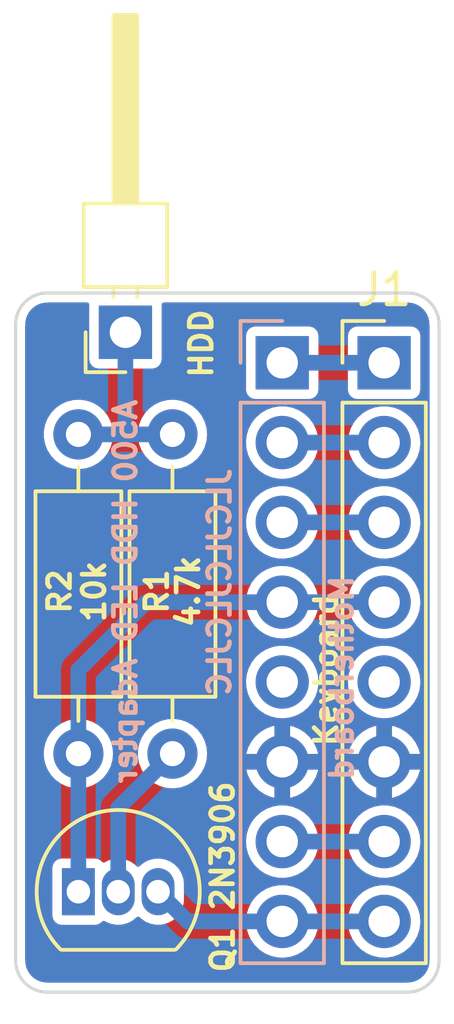
<source format=kicad_pcb>
(kicad_pcb (version 20210424) (generator pcbnew)
  (layers (0 "F.Cu" signal) (31 "B.Cu" signal) (34 "B.Paste" user) (35 "F.Paste" user) (36 "B.SilkS" user "B.Silkscreen") (37 "F.SilkS" user "F.Silkscreen") (38 "B.Mask" user) (39 "F.Mask" user) (44 "Edge.Cuts" user))
  (net 0 "")
  (net 1 "/INUSE")
  (net 2 "/STATUS")
  (net 3 "GND")
  (net 5 "VCC")
  (net 6 "/RESET")
  (net 7 "/DATA")
  (net 8 "/CLOCK")
  (net 10 "Net-(J3-Pad1)")
  (net 11 "Net-(Q1-Pad2)")
  (footprint "Resistor_THT:R_Axial_DIN0207_L6.3mm_D2.5mm_P10.16mm_Horizontal" (layer "F.Cu") (at 200.5 89.66 90)
    (fp_text reference "R2" (at 5.16 -0.6 90) (layer "F.SilkS") (effects (font (size 0.7 0.7))))
    (fp_text value "10k" (at 5.16 0.5 90) (layer "F.SilkS") (effects (font (size 0.7 0.7))))
    (fp_line (start 9.12 0) (end 8.35 0) (layer "F.SilkS") (width 0.12))
    (fp_line (start 1.04 0) (end 1.81 0) (layer "F.SilkS") (width 0.12))
    (fp_line (start 8.35 -1.37) (end 1.81 -1.37) (layer "F.SilkS") (width 0.12))
    (fp_line (start 1.81 1.37) (end 8.35 1.37) (layer "F.SilkS") (width 0.12))
    (fp_line (start 8.35 1.37) (end 8.35 -1.37) (layer "F.SilkS") (width 0.12))
    (fp_line (start 1.81 -1.37) (end 1.81 1.37) (layer "F.SilkS") (width 0.12))
    (pad "1" thru_hole circle locked (at 0 0 90) (size 1.6 1.6) (drill 0.8) (layers *.Cu *.Mask) (net 5 "VCC"))
    (pad "2" thru_hole oval locked (at 10.16 0 90) (size 1.6 1.6) (drill 0.8) (layers *.Cu *.Mask) (net 10 "Net-(J3-Pad1)"))
  )
  (footprint "Connector_PinHeader_2.54mm:PinHeader_1x01_P2.54mm_Horizontal" (layer "F.Cu") (at 202 76.25 90)
    (fp_text reference "J3" hide)
    (fp_text value "HDD" (at -0.3564 2.4192 90) (layer "F.SilkS") (effects (font (size 0.7 0.7))))
    (fp_line (start 4.1 -1.33) (end 1.44 -1.33) (layer "F.SilkS") (width 0.12))
    (fp_line (start 4.1 1.33) (end 4.1 -1.33) (layer "F.SilkS") (width 0.12))
    (fp_line (start 4.1 0.28) (end 10.1 0.28) (layer "F.SilkS") (width 0.12))
    (fp_line (start 4.1 -0.38) (end 10.1 -0.38) (layer "F.SilkS") (width 0.12))
    (fp_line (start 1.11 0.38) (end 1.44 0.38) (layer "F.SilkS") (width 0.12))
    (fp_line (start 4.1 0.16) (end 10.1 0.16) (layer "F.SilkS") (width 0.12))
    (fp_line (start 1.11 -0.38) (end 1.44 -0.38) (layer "F.SilkS") (width 0.12))
    (fp_line (start 10.1 0.38) (end 4.1 0.38) (layer "F.SilkS") (width 0.12))
    (fp_line (start 4.1 0.04) (end 10.1 0.04) (layer "F.SilkS") (width 0.12))
    (fp_line (start 4.1 -0.2) (end 10.1 -0.2) (layer "F.SilkS") (width 0.12))
    (fp_line (start 1.44 -1.33) (end 1.44 1.33) (layer "F.SilkS") (width 0.12))
    (fp_line (start 1.44 1.33) (end 4.1 1.33) (layer "F.SilkS") (width 0.12))
    (fp_line (start 4.1 -0.08) (end 10.1 -0.08) (layer "F.SilkS") (width 0.12))
    (fp_line (start 4.1 -0.32) (end 10.1 -0.32) (layer "F.SilkS") (width 0.12))
    (fp_line (start -1.27 0) (end -1.27 -1.27) (layer "F.SilkS") (width 0.12))
    (fp_line (start 10.1 -0.38) (end 10.1 0.38) (layer "F.SilkS") (width 0.12))
    (fp_line (start -1.27 -1.27) (end 0 -1.27) (layer "F.SilkS") (width 0.12))
    (pad "1" thru_hole rect locked (at 0 0 90) (size 1.7 1.7) (drill 1) (layers *.Cu *.Mask) (net 10 "Net-(J3-Pad1)"))
  )
  (footprint "Connector_PinHeader_2.54mm:PinHeader_1x08_P2.54mm_Vertical" (layer "F.Cu") (at 210.25 77.22)
    (fp_text reference "J1" (at 0 -2.33) (layer "F.SilkS"))
    (fp_text value "Male")
    (fp_line (start -1.33 1.27) (end -1.33 19.11) (layer "F.SilkS") (width 0.12))
    (fp_line (start -1.33 1.27) (end 1.33 1.27) (layer "F.SilkS") (width 0.12))
    (fp_line (start -1.33 0) (end -1.33 -1.33) (layer "F.SilkS") (width 0.12))
    (fp_line (start -1.33 19.11) (end 1.33 19.11) (layer "F.SilkS") (width 0.12))
    (fp_line (start -1.33 -1.33) (end 0 -1.33) (layer "F.SilkS") (width 0.12))
    (fp_line (start 1.33 1.27) (end 1.33 19.11) (layer "F.SilkS") (width 0.12))
    (pad "1" thru_hole rect locked (at 0 0) (size 1.7 1.7) (drill 1) (layers *.Cu *.Mask) (net 8 "/CLOCK"))
    (pad "2" thru_hole oval locked (at 0 2.54) (size 1.7 1.7) (drill 1) (layers *.Cu *.Mask) (net 7 "/DATA"))
    (pad "3" thru_hole oval locked (at 0 5.08) (size 1.7 1.7) (drill 1) (layers *.Cu *.Mask) (net 6 "/RESET"))
    (pad "4" thru_hole oval locked (at 0 7.62) (size 1.7 1.7) (drill 1) (layers *.Cu *.Mask) (net 5 "VCC"))
    (pad "5" thru_hole oval locked (at 0 10.16) (size 1.7 1.7) (drill 1) (layers *.Cu *.Mask))
    (pad "6" thru_hole oval locked (at 0 12.7) (size 1.7 1.7) (drill 1) (layers *.Cu *.Mask) (net 3 "GND"))
    (pad "7" thru_hole oval locked (at 0 15.24) (size 1.7 1.7) (drill 1) (layers *.Cu *.Mask) (net 2 "/STATUS"))
    (pad "8" thru_hole oval locked (at 0 17.78) (size 1.7 1.7) (drill 1) (layers *.Cu *.Mask) (net 1 "/INUSE"))
  )
  (footprint "Package_TO_SOT_THT:TO-92_Inline" (layer "F.Cu") (at 200.5 94.053925)
    (fp_text reference "Q1" (at 4.6 1.846075 90) (layer "F.SilkS") (effects (font (size 0.7 0.7))))
    (fp_text value "2N3906" (at 4.6 -1.453925 90) (layer "F.SilkS") (effects (font (size 0.7 0.7))))
    (fp_line (start -0.53 1.85) (end 3.07 1.85) (layer "F.SilkS") (width 0.12))
    (fp_arc (start 1.27 0) (end 1.27 -2.6) (angle -135) (layer "F.SilkS") (width 0.12))
    (fp_arc (start 1.27 0) (end 1.27 -2.6) (angle 135) (layer "F.SilkS") (width 0.12))
    (pad "1" thru_hole rect locked (at 0 0) (size 1.05 1.5) (drill 0.75) (layers *.Cu *.Mask) (net 5 "VCC"))
    (pad "2" thru_hole oval locked (at 1.27 0) (size 1.05 1.5) (drill 0.75) (layers *.Cu *.Mask) (net 11 "Net-(Q1-Pad2)"))
    (pad "3" thru_hole oval locked (at 2.54 0) (size 1.05 1.5) (drill 0.75) (layers *.Cu *.Mask) (net 1 "/INUSE"))
  )
  (footprint "Resistor_THT:R_Axial_DIN0207_L6.3mm_D2.5mm_P10.16mm_Horizontal" (layer "F.Cu") (at 203.5 79.5 -90)
    (fp_text reference "R1" (at 5 0.5 90) (layer "F.SilkS") (effects (font (size 0.7 0.7))))
    (fp_text value "4.7k" (at 5 -0.5 90) (layer "F.SilkS") (effects (font (size 0.7 0.7))))
    (fp_line (start 8.35 -1.37) (end 1.81 -1.37) (layer "F.SilkS") (width 0.12))
    (fp_line (start 1.81 -1.37) (end 1.81 1.37) (layer "F.SilkS") (width 0.12))
    (fp_line (start 9.12 0) (end 8.35 0) (layer "F.SilkS") (width 0.12))
    (fp_line (start 8.35 1.37) (end 8.35 -1.37) (layer "F.SilkS") (width 0.12))
    (fp_line (start 1.04 0) (end 1.81 0) (layer "F.SilkS") (width 0.12))
    (fp_line (start 1.81 1.37) (end 8.35 1.37) (layer "F.SilkS") (width 0.12))
    (pad "1" thru_hole circle locked (at 0 0 270) (size 1.6 1.6) (drill 0.8) (layers *.Cu *.Mask) (net 10 "Net-(J3-Pad1)"))
    (pad "2" thru_hole oval locked (at 10.16 0 270) (size 1.6 1.6) (drill 0.8) (layers *.Cu *.Mask) (net 11 "Net-(Q1-Pad2)"))
  )
  (footprint "Connector_PinSocket_2.54mm:PinSocket_1x08_P2.54mm_Vertical" (layer "B.Cu") (at 207 77.22 180)
    (fp_text reference "J2" hide)
    (fp_text value "Female")
    (fp_line (start 0 1.33) (end 1.33 1.33) (layer "B.SilkS") (width 0.12))
    (fp_line (start -1.33 -19.11) (end 1.33 -19.11) (layer "B.SilkS") (width 0.12))
    (fp_line (start -1.33 -1.27) (end -1.33 -19.11) (layer "B.SilkS") (width 0.12))
    (fp_line (start 1.33 -1.27) (end 1.33 -19.11) (layer "B.SilkS") (width 0.12))
    (fp_line (start -1.33 -1.27) (end 1.33 -1.27) (layer "B.SilkS") (width 0.12))
    (fp_line (start 1.33 1.33) (end 1.33 0) (layer "B.SilkS") (width 0.12))
    (pad "1" thru_hole rect locked (at 0 0 180) (size 1.7 1.7) (drill 1) (layers *.Cu *.Mask) (net 8 "/CLOCK"))
    (pad "2" thru_hole oval locked (at 0 -2.54 180) (size 1.7 1.7) (drill 1) (layers *.Cu *.Mask) (net 7 "/DATA"))
    (pad "3" thru_hole oval locked (at 0 -5.08 180) (size 1.7 1.7) (drill 1) (layers *.Cu *.Mask) (net 6 "/RESET"))
    (pad "4" thru_hole oval locked (at 0 -7.62 180) (size 1.7 1.7) (drill 1) (layers *.Cu *.Mask) (net 5 "VCC"))
    (pad "5" thru_hole oval locked (at 0 -10.16 180) (size 1.7 1.7) (drill 1) (layers *.Cu *.Mask))
    (pad "6" thru_hole oval locked (at 0 -12.7 180) (size 1.7 1.7) (drill 1) (layers *.Cu *.Mask) (net 3 "GND"))
    (pad "7" thru_hole oval locked (at 0 -15.24 180) (size 1.7 1.7) (drill 1) (layers *.Cu *.Mask) (net 2 "/STATUS"))
    (pad "8" thru_hole oval locked (at 0 -17.78 180) (size 1.7 1.7) (drill 1) (layers *.Cu *.Mask) (net 1 "/INUSE"))
  )
  (gr_arc (start 211 96.25) (end 211 97.25) (angle -90) (layer "Edge.Cuts") (width 0.1))
  (gr_arc (start 199.5 96.25) (end 198.5 96.25) (angle -90) (layer "Edge.Cuts") (width 0.1))
  (gr_line (start 198.5 96.25) (end 198.5 76) (layer "Edge.Cuts") (width 0.1))
  (gr_line (start 211 97.25) (end 199.5 97.25) (layer "Edge.Cuts") (width 0.1))
  (gr_line (start 212 76) (end 212 96.25) (layer "Edge.Cuts") (width 0.1))
  (gr_arc (start 199.5 76) (end 199.5 75) (angle -90) (layer "Edge.Cuts") (width 0.1))
  (gr_line (start 199.5 75) (end 211 75) (layer "Edge.Cuts") (width 0.1))
  (gr_arc (start 211 76) (end 212 76) (angle -90) (layer "Edge.Cuts") (width 0.1))
  (gr_text "JLCJLCJLCJLC" (at 205 84.2 90) (layer "B.SilkS") (effects (font (size 0.7 0.7)) (justify mirror)))
  (gr_text "Motherboard" (at 208.9 87.25 90) (layer "B.SilkS") (effects (font (size 0.7 0.7)) (justify mirror)))
  (gr_text "A500 HDD LED Adapter" (at 202 84.5 90) (layer "B.SilkS") (effects (font (size 0.7 0.7)) (justify mirror)))
  (gr_text "Keyboard" (at 208.4 87 90) (layer "F.SilkS") (effects (font (size 0.7 0.7))))
  (segment (start 203.986075 95) (end 207 95) (width 0.5) (layer "B.Cu") (net 1))
  (segment (start 203.04 94.053925) (end 203.986075 95) (width 0.5) (layer "B.Cu") (net 1))
  (segment (start 207 95) (end 210.25 95) (width 0.5) (layer "B.Cu") (net 1))
  (segment (start 210.25 92.46) (end 207 92.46) (width 0.5) (layer "B.Cu") (net 2))
  (segment (start 207 89.92) (end 210.25 89.92) (width 0.5) (layer "B.Cu") (net 3))
  (segment (start 207 84.84) (end 202.66 84.84) (width 0.5) (layer "B.Cu") (net 5))
  (segment (start 202.66 84.84) (end 200.5 87) (width 0.5) (layer "B.Cu") (net 5))
  (segment (start 210.25 84.84) (end 207 84.84) (width 0.5) (layer "B.Cu") (net 5))
  (segment (start 200.5 87) (end 200.5 89.66) (width 0.5) (layer "B.Cu") (net 5))
  (segment (start 200.5 89.66) (end 200.5 94.053925) (width 0.5) (layer "B.Cu") (net 5))
  (segment (start 207 82.3) (end 210.25 82.3) (width 0.5) (layer "B.Cu") (net 6))
  (segment (start 207 79.76) (end 210.25 79.76) (width 0.5) (layer "B.Cu") (net 7))
  (segment (start 207 77.22) (end 210.25 77.22) (width 0.5) (layer "B.Cu") (net 8))
  (segment (start 202 79.5) (end 203.5 79.5) (width 0.5) (layer "B.Cu") (net 10))
  (segment (start 200.5 79.5) (end 202 79.5) (width 0.5) (layer "B.Cu") (net 10))
  (segment (start 202 76.5) (end 202 79.5) (width 0.5) (layer "B.Cu") (net 10))
  (segment (start 201.77 94.053925) (end 201.77 91.39) (width 0.5) (layer "B.Cu") (net 11))
  (segment (start 201.77 91.39) (end 203.5 89.66) (width 0.5) (layer "B.Cu") (net 11))
  (zone (net 3) (net_name "GND") (layers F&B.Cu) (connect_pads (clearance 0.3)) (min_thickness 0.15) (fill yes (thermal_gap 0.32) (thermal_bridge_width 0.5))
    (polygon (pts (xy 212.5 97.5) (xy 198 97.5) (xy 198 74.5) (xy 212.5 74.5)))
  )
)
</source>
